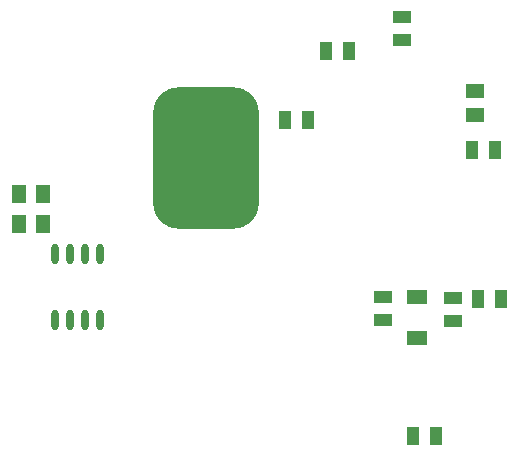
<source format=gtp>
G04 Layer_Color=8421504*
%FSLAX44Y44*%
%MOMM*%
G71*
G01*
G75*
%ADD10R,1.0500X1.6000*%
%ADD11R,1.1430X1.5240*%
%ADD12O,0.6500X1.7500*%
%ADD13O,0.6500X1.7500*%
%ADD14R,1.6000X1.0500*%
%ADD15R,1.5240X1.1430*%
%ADD16R,1.7000X1.3000*%
G04:AMPARAMS|DCode=17|XSize=9mm|YSize=12mm|CornerRadius=2.25mm|HoleSize=0mm|Usage=FLASHONLY|Rotation=180.000|XOffset=0mm|YOffset=0mm|HoleType=Round|Shape=RoundedRectangle|*
%AMROUNDEDRECTD17*
21,1,9.0000,7.5000,0,0,180.0*
21,1,4.5000,12.0000,0,0,180.0*
1,1,4.5000,-2.2500,3.7500*
1,1,4.5000,2.2500,3.7500*
1,1,4.5000,2.2500,-3.7500*
1,1,4.5000,-2.2500,-3.7500*
%
%ADD17ROUNDEDRECTD17*%
D10*
X-565050Y131000D02*
D03*
X-584550D02*
D03*
X-694050Y341000D02*
D03*
X-713550D02*
D03*
X-747550Y282000D02*
D03*
X-728050D02*
D03*
X-589550Y257000D02*
D03*
X-570050D02*
D03*
X-620050Y15000D02*
D03*
X-639550D02*
D03*
D11*
X-972960Y220000D02*
D03*
X-952640D02*
D03*
X-972960Y194000D02*
D03*
X-952640D02*
D03*
D12*
X-917450Y113000D02*
D03*
X-904750D02*
D03*
D13*
X-930150D02*
D03*
X-942850D02*
D03*
Y169000D02*
D03*
X-930150D02*
D03*
X-917450D02*
D03*
X-904750D02*
D03*
D14*
X-648800Y350250D02*
D03*
Y369750D02*
D03*
X-664800Y113250D02*
D03*
Y132750D02*
D03*
X-605800Y131750D02*
D03*
Y112250D02*
D03*
D15*
X-586800Y286840D02*
D03*
Y307160D02*
D03*
D16*
X-635800Y132500D02*
D03*
Y97500D02*
D03*
D17*
X-814800Y249750D02*
D03*
M02*

</source>
